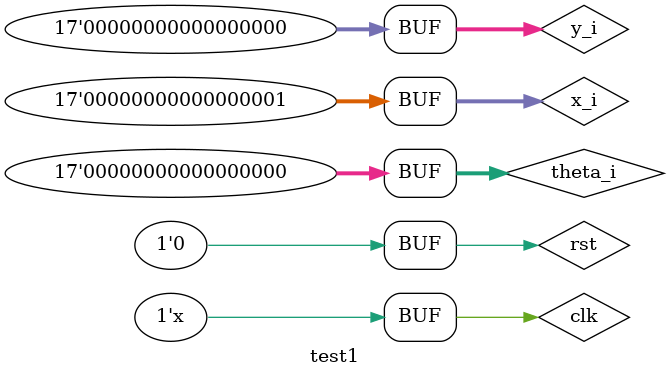
<source format=v>
`timescale 1ns / 1ps


module test1;

	// Inputs
	reg clk;
	reg rst;
	reg [16:0] x_i;
	reg [16:0] y_i;
	reg [16:0] theta_i;

	// Outputs
	wire [16:0] x_o;
	wire [16:0] y_o;
	wire [16:0] theta_o;

	// Instantiate the Unit Under Test (UUT)
	cordic uut (
		.clk(clk), 
		.rst(rst), 
		.x_i(x_i), 
		.y_i(y_i), 
		.theta_i(theta_i), 
		.x_o(x_o), 
		.y_o(y_o), 
		.theta_o(theta_o)
	);

	initial begin
		// Initialize Inputs
		clk = 0;
		rst = 0;
		x_i = 1;
		y_i = 0;
		theta_i = 0;

		// Wait 100 ns for global reset to finish
		#100;
        
		// Add stimulus here

	end
	
	always #2
clk=~clk;      
endmodule


</source>
